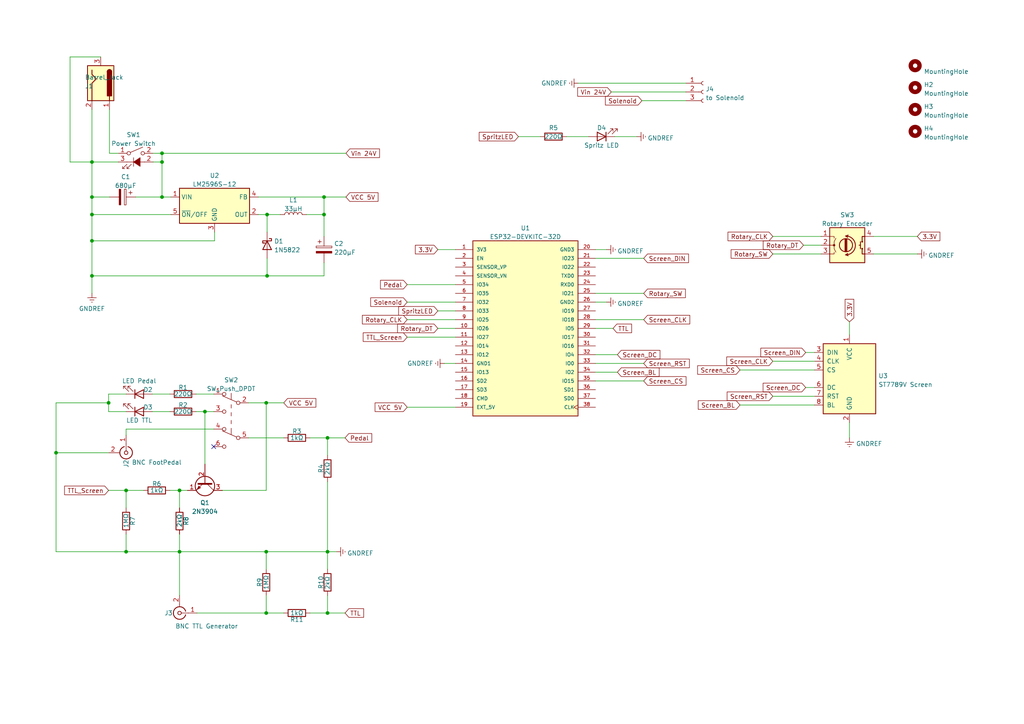
<source format=kicad_sch>
(kicad_sch (version 20211123) (generator eeschema)
  (paper "A4")
  (lib_symbols
    (symbol "Connector:Barrel_Jack" (pin_names (offset 1.016))
      (property "Reference" "J1" (at 0.8347 -4.572 90))
      (property "Value" "Barrel_Jack" (at -1.7022 -4.572 90))
      (symbol "Barrel_Jack_0_1"
        (rectangle (start -5.08 3.81) (end 5.08 -3.81) (stroke (width 0.254)) (fill (type background)))
        (arc (start -3.302 3.175) (mid -3.937 2.54) (end -3.302 1.905) (stroke (width 0.254)))
        (arc (start -3.302 3.175) (mid -3.937 2.54) (end -3.302 1.905) (stroke (width 0.254)) (fill (type outline)))
        (polyline (pts (xy 5.08 2.54) (xy 3.81 2.54)) (stroke (width 0.254)))
        (polyline (pts (xy -3.81 -2.54) (xy -2.54 -2.54) (xy -1.27 -1.27) (xy 0 -2.54) (xy 2.54 -2.54) (xy 5.08 -2.54)) (stroke (width 0.254)))
        (rectangle (start 3.683 3.175) (end -3.302 1.905) (stroke (width 0.254)) (fill (type outline)))
      )
      (symbol "Barrel_Jack_1_1"
        (pin passive line (at 7.62 2.54 180) (length 2.54) (name "~") (number "1"))
        (pin passive line (at 7.62 -2.54 180) (length 2.54) (name "~") (number "2"))
        (pin passive line (at -7.62 0 0) (length 2.54) (name "") (number "3"))
      )
    )
    (symbol "Connector:Conn_01x03_Female" (pin_names (offset 1.016) hide)
      (property "Reference" "J" (at 0 5.08 0))
      (property "Value" "Conn_01x03_Female" (at 0 -5.08 0))
      (symbol "Conn_01x03_Female_1_1"
        (arc (start 0 -2.032) (mid -0.508 -2.54) (end 0 -3.048) (stroke (width 0.1524)))
        (polyline (pts (xy -1.27 -2.54) (xy -0.508 -2.54)) (stroke (width 0.1524)))
        (polyline (pts (xy -1.27 0) (xy -0.508 0)) (stroke (width 0.1524)))
        (polyline (pts (xy -1.27 2.54) (xy -0.508 2.54)) (stroke (width 0.1524)))
        (arc (start 0 0.508) (mid -0.508 0) (end 0 -0.508) (stroke (width 0.1524)))
        (arc (start 0 3.048) (mid -0.508 2.54) (end 0 2.032) (stroke (width 0.1524)))
        (pin passive line (at -5.08 2.54 0) (length 3.81) (name "Pin_1") (number "1"))
        (pin passive line (at -5.08 0 0) (length 3.81) (name "Pin_2") (number "2"))
        (pin passive line (at -5.08 -2.54 0) (length 3.81) (name "Pin_3") (number "3"))
      )
    )
    (symbol "Connector:Conn_Coaxial" (pin_names (offset 1.016) hide)
      (property "Reference" "J" (at 0.254 3.048 0))
      (property "Value" "Conn_Coaxial" (at 2.921 0 90))
      (symbol "Conn_Coaxial_0_1"
        (arc (start -1.778 -0.508) (mid 0.2311 -1.8066) (end 1.778 0) (stroke (width 0.254)))
        (polyline (pts (xy -2.54 0) (xy -0.508 0)))
        (polyline (pts (xy 0 -2.54) (xy 0 -1.778)))
        (circle (center 0 0) (radius 0.508) (stroke (width 0.2032)))
        (arc (start 1.778 0) (mid 0.2099 1.8101) (end -1.778 0.508) (stroke (width 0.254)))
      )
      (symbol "Conn_Coaxial_1_1"
        (pin passive line (at -5.08 0 0) (length 2.54) (name "In") (number "1"))
        (pin passive line (at 0 -5.08 90) (length 2.54) (name "Ext") (number "2"))
      )
    )
    (symbol "Device:C_Polarized" (pin_numbers hide) (pin_names (offset 0.254))
      (property "Reference" "C" (at 0.635 2.54 0))
      (property "Value" "C_Polarized" (at 0.635 -2.54 0))
      (symbol "C_Polarized_0_1"
        (rectangle (start -2.286 0.508) (end 2.286 1.016))
        (polyline (pts (xy -1.778 2.286) (xy -0.762 2.286)))
        (polyline (pts (xy -1.27 2.794) (xy -1.27 1.778)))
        (rectangle (start 2.286 -0.508) (end -2.286 -1.016) (fill (type outline)))
      )
      (symbol "C_Polarized_1_1"
        (pin passive line (at 0 3.81 270) (length 2.794) (name "~") (number "1"))
        (pin passive line (at 0 -3.81 90) (length 2.794) (name "~") (number "2"))
      )
    )
    (symbol "Device:L" (pin_numbers hide) (pin_names (offset 1.016) hide)
      (property "Reference" "L" (at -1.27 0 90))
      (property "Value" "L" (at 1.905 0 90))
      (symbol "L_0_1"
        (arc (start 0 -2.54) (mid 0.635 -1.905) (end 0 -1.27))
        (arc (start 0 -1.27) (mid 0.635 -0.635) (end 0 0))
        (arc (start 0 0) (mid 0.635 0.635) (end 0 1.27))
        (arc (start 0 1.27) (mid 0.635 1.905) (end 0 2.54))
      )
      (symbol "L_1_1"
        (pin passive line (at 0 3.81 270) (length 1.27) (name "1") (number "1"))
        (pin passive line (at 0 -3.81 90) (length 1.27) (name "2") (number "2"))
      )
    )
    (symbol "Device:LED" (pin_numbers hide) (pin_names (offset 1.016) hide)
      (property "Reference" "D" (at 0 2.54 0))
      (property "Value" "LED" (at 0 -2.54 0))
      (symbol "LED_0_1"
        (polyline (pts (xy -1.27 -1.27) (xy -1.27 1.27)) (stroke (width 0.254)))
        (polyline (pts (xy -1.27 0) (xy 1.27 0)))
        (polyline (pts (xy 1.27 -1.27) (xy 1.27 1.27) (xy -1.27 0) (xy 1.27 -1.27)) (stroke (width 0.254)))
        (polyline (pts (xy -3.048 -0.762) (xy -4.572 -2.286) (xy -3.81 -2.286) (xy -4.572 -2.286) (xy -4.572 -1.524)))
        (polyline (pts (xy -1.778 -0.762) (xy -3.302 -2.286) (xy -2.54 -2.286) (xy -3.302 -2.286) (xy -3.302 -1.524)))
      )
      (symbol "LED_1_1"
        (pin passive line (at -3.81 0 0) (length 2.54) (name "K") (number "1"))
        (pin passive line (at 3.81 0 180) (length 2.54) (name "A") (number "2"))
      )
    )
    (symbol "Device:R" (pin_numbers hide) (pin_names (offset 0))
      (property "Reference" "R" (at 2.032 0 90))
      (property "Value" "R" (at 0 0 90))
      (symbol "R_0_1"
        (rectangle (start -1.016 -2.54) (end 1.016 2.54) (stroke (width 0.254)))
      )
      (symbol "R_1_1"
        (pin passive line (at 0 3.81 270) (length 1.27) (name "~") (number "1"))
        (pin passive line (at 0 -3.81 90) (length 1.27) (name "~") (number "2"))
      )
    )
    (symbol "Device:RotaryEncoder_Switch" (pin_names (offset 0.254) hide)
      (property "Reference" "SW3" (at 0 8.7798 0))
      (property "Value" "RotaryEncoder_Switch" (at 0 6.2429 0))
      (symbol "RotaryEncoder_Switch_0_1"
        (rectangle (start -5.08 5.08) (end 5.08 -5.08) (stroke (width 0.254)) (fill (type background)))
        (circle (center -3.81 0) (radius 0.254) (fill (type outline)))
        (arc (start -0.381 -2.794) (mid 2.3622 -0.0508) (end -0.381 2.667) (stroke (width 0.254)))
        (circle (center -0.381 0) (radius 1.905) (stroke (width 0.254)))
        (polyline (pts (xy -0.635 -1.778) (xy -0.635 1.778)) (stroke (width 0.254)))
        (polyline (pts (xy -0.381 -1.778) (xy -0.381 1.778)) (stroke (width 0.254)))
        (polyline (pts (xy -0.127 1.778) (xy -0.127 -1.778)) (stroke (width 0.254)))
        (polyline (pts (xy 3.81 0) (xy 3.429 0)) (stroke (width 0.254)))
        (polyline (pts (xy 3.81 1.016) (xy 3.81 -1.016)) (stroke (width 0.254)))
        (polyline (pts (xy -5.08 -2.54) (xy -3.81 -2.54) (xy -3.81 -2.032)))
        (polyline (pts (xy -5.08 2.54) (xy -3.81 2.54) (xy -3.81 2.032)))
        (polyline (pts (xy 0.254 -3.048) (xy -0.508 -2.794) (xy 0.127 -2.413)) (stroke (width 0.254)))
        (polyline (pts (xy 0.254 2.921) (xy -0.508 2.667) (xy 0.127 2.286)) (stroke (width 0.254)))
        (polyline (pts (xy 5.08 -2.54) (xy 4.318 -2.54) (xy 4.318 -1.016)) (stroke (width 0.254)))
        (polyline (pts (xy 5.08 2.54) (xy 4.318 2.54) (xy 4.318 1.016)) (stroke (width 0.254)))
        (polyline (pts (xy -5.08 0) (xy -3.81 0) (xy -3.81 -1.016) (xy -3.302 -2.032)))
        (polyline (pts (xy -4.318 0) (xy -3.81 0) (xy -3.81 1.016) (xy -3.302 2.032)))
        (circle (center 4.318 -1.016) (radius 0.127) (stroke (width 0.254)))
        (circle (center 4.318 1.016) (radius 0.127) (stroke (width 0.254)))
      )
      (symbol "RotaryEncoder_Switch_1_1"
        (pin passive line (at -7.62 2.54 0) (length 2.54) (name "A") (number "1"))
        (pin passive line (at -7.62 0 0) (length 2.54) (name "C") (number "2"))
        (pin passive line (at -7.62 -2.54 0) (length 2.54) (name "B") (number "3"))
        (pin passive line (at 7.62 2.54 180) (length 2.54) (name "S1") (number "4"))
        (pin passive line (at 7.62 -2.54 180) (length 2.54) (name "S2") (number "5"))
      )
    )
    (symbol "Diode:1N5821" (pin_numbers hide) (pin_names (offset 1.016) hide)
      (property "Reference" "D" (at 0 2.54 0))
      (property "Value" "1N5821" (at 0 -2.54 0))
      (symbol "1N5821_0_1"
        (polyline (pts (xy 1.27 0) (xy -1.27 0)))
        (polyline (pts (xy 1.27 1.27) (xy 1.27 -1.27) (xy -1.27 0) (xy 1.27 1.27)) (stroke (width 0.254)))
        (polyline (pts (xy -1.905 0.635) (xy -1.905 1.27) (xy -1.27 1.27) (xy -1.27 -1.27) (xy -0.635 -1.27) (xy -0.635 -0.635)) (stroke (width 0.254)))
      )
      (symbol "1N5821_1_1"
        (pin passive line (at -3.81 0 0) (length 2.54) (name "K") (number "1"))
        (pin passive line (at 3.81 0 180) (length 2.54) (name "A") (number "2"))
      )
    )
    (symbol "Display_Graphic:ST7789V Controller" (pin_names (offset 1.016))
      (property "Reference" "U?" (at 2.0194 13.8598 0))
      (property "Value" "ST7789V Controller" (at 2.0194 11.3229 0))
      (symbol "ST7789V Controller_0_1"
        (rectangle (start -7.62 10.16) (end 7.62 -10.16) (stroke (width 0.254)) (fill (type background)))
      )
      (symbol "ST7789V Controller_1_1"
        (pin power_in line (at 0 12.7 270) (length 2.54) (name "VCC") (number "1"))
        (pin power_in line (at 0 -12.7 90) (length 2.54) (name "GND") (number "2"))
        (pin input line (at -10.16 7.62 0) (length 2.54) (name "DIN") (number "3"))
        (pin input line (at -10.16 5.08 0) (length 2.54) (name "CLK") (number "4"))
        (pin input line (at -10.16 2.54 0) (length 2.54) (name "CS") (number "5"))
        (pin input line (at -10.16 -2.54 0) (length 2.54) (name "DC") (number "6"))
        (pin input line (at -10.16 -5.08 0) (length 2.54) (name "RST") (number "7"))
        (pin input line (at -10.16 -7.62 0) (length 2.54) (name "BL") (number "8"))
      )
    )
    (symbol "ESP32-DEVKITC-32D:ESP32-DEVKITC-32D" (pin_names (offset 1.016))
      (property "Reference" "U" (at -15.2654 26.0604 0))
      (property "Value" "ESP32-DEVKITC-32D" (at -15.2654 -27.9654 0))
      (symbol "ESP32-DEVKITC-32D_0_0"
        (rectangle (start -15.24 -25.4) (end 15.24 25.4) (stroke (width 0.254)) (fill (type background)))
        (pin power_in line (at -20.32 22.86 0) (length 5.08) (name "3V3") (number "1"))
        (pin bidirectional line (at -20.32 0 0) (length 5.08) (name "IO26") (number "10"))
        (pin bidirectional line (at -20.32 -2.54 0) (length 5.08) (name "IO27") (number "11"))
        (pin bidirectional line (at -20.32 -5.08 0) (length 5.08) (name "IO14") (number "12"))
        (pin bidirectional line (at -20.32 -7.62 0) (length 5.08) (name "IO12") (number "13"))
        (pin power_in line (at -20.32 -10.16 0) (length 5.08) (name "GND1") (number "14"))
        (pin bidirectional line (at -20.32 -12.7 0) (length 5.08) (name "IO13") (number "15"))
        (pin bidirectional line (at -20.32 -15.24 0) (length 5.08) (name "SD2") (number "16"))
        (pin bidirectional line (at -20.32 -17.78 0) (length 5.08) (name "SD3") (number "17"))
        (pin bidirectional line (at -20.32 -20.32 0) (length 5.08) (name "CMD") (number "18"))
        (pin power_in line (at -20.32 -22.86 0) (length 5.08) (name "EXT_5V") (number "19"))
        (pin input line (at -20.32 20.32 0) (length 5.08) (name "EN") (number "2"))
        (pin power_in line (at 20.32 22.86 180) (length 5.08) (name "GND3") (number "20"))
        (pin bidirectional line (at 20.32 20.32 180) (length 5.08) (name "IO23") (number "21"))
        (pin bidirectional line (at 20.32 17.78 180) (length 5.08) (name "IO22") (number "22"))
        (pin output line (at 20.32 15.24 180) (length 5.08) (name "TXD0") (number "23"))
        (pin input line (at 20.32 12.7 180) (length 5.08) (name "RXD0") (number "24"))
        (pin bidirectional line (at 20.32 10.16 180) (length 5.08) (name "IO21") (number "25"))
        (pin power_in line (at 20.32 7.62 180) (length 5.08) (name "GND2") (number "26"))
        (pin bidirectional line (at 20.32 5.08 180) (length 5.08) (name "IO19") (number "27"))
        (pin bidirectional line (at 20.32 2.54 180) (length 5.08) (name "IO18") (number "28"))
        (pin bidirectional line (at 20.32 0 180) (length 5.08) (name "IO5") (number "29"))
        (pin input line (at -20.32 17.78 0) (length 5.08) (name "SENSOR_VP") (number "3"))
        (pin bidirectional line (at 20.32 -2.54 180) (length 5.08) (name "IO17") (number "30"))
        (pin bidirectional line (at 20.32 -5.08 180) (length 5.08) (name "IO16") (number "31"))
        (pin bidirectional line (at 20.32 -7.62 180) (length 5.08) (name "IO4") (number "32"))
        (pin bidirectional line (at 20.32 -10.16 180) (length 5.08) (name "IO0") (number "33"))
        (pin bidirectional line (at 20.32 -12.7 180) (length 5.08) (name "IO2") (number "34"))
        (pin bidirectional line (at 20.32 -15.24 180) (length 5.08) (name "IO15") (number "35"))
        (pin bidirectional line (at 20.32 -17.78 180) (length 5.08) (name "SD1") (number "36"))
        (pin bidirectional line (at 20.32 -20.32 180) (length 5.08) (name "SD0") (number "37"))
        (pin input clock (at 20.32 -22.86 180) (length 5.08) (name "CLK") (number "38"))
        (pin input line (at -20.32 15.24 0) (length 5.08) (name "SENSOR_VN") (number "4"))
        (pin bidirectional line (at -20.32 12.7 0) (length 5.08) (name "IO34") (number "5"))
        (pin bidirectional line (at -20.32 10.16 0) (length 5.08) (name "IO35") (number "6"))
        (pin bidirectional line (at -20.32 7.62 0) (length 5.08) (name "IO32") (number "7"))
        (pin bidirectional line (at -20.32 5.08 0) (length 5.08) (name "IO33") (number "8"))
        (pin bidirectional line (at -20.32 2.54 0) (length 5.08) (name "IO25") (number "9"))
      )
    )
    (symbol "Mechanical:MountingHole" (pin_names (offset 1.016))
      (property "Reference" "H" (at 0 5.08 0))
      (property "Value" "MountingHole" (at 0 3.175 0))
      (symbol "MountingHole_0_1"
        (circle (center 0 0) (radius 1.27) (stroke (width 1.27)))
      )
    )
    (symbol "Regulator_Switching:LM2596S-12"
      (property "Reference" "U" (at -10.16 6.35 0))
      (property "Value" "LM2596S-12" (at 0 6.35 0))
      (symbol "LM2596S-12_0_1"
        (rectangle (start -10.16 5.08) (end 10.16 -5.08) (stroke (width 0.254)) (fill (type background)))
      )
      (symbol "LM2596S-12_1_1"
        (pin power_in line (at -12.7 2.54 0) (length 2.54) (name "VIN") (number "1"))
        (pin output line (at 12.7 -2.54 180) (length 2.54) (name "OUT") (number "2"))
        (pin power_in line (at 0 -7.62 90) (length 2.54) (name "GND") (number "3"))
        (pin input line (at 12.7 2.54 180) (length 2.54) (name "FB") (number "4"))
        (pin input line (at -12.7 -2.54 0) (length 2.54) (name "~{ON}/OFF") (number "5"))
      )
    )
    (symbol "Switch:SW_Push_DPDT" (pin_names (offset 0) hide)
      (property "Reference" "SW" (at 0 8.89 0))
      (property "Value" "SW_Push_DPDT" (at 0 -10.16 0))
      (symbol "SW_Push_DPDT_0_0"
        (circle (center -2.032 -5.08) (radius 0.508))
        (circle (center -2.032 5.08) (radius 0.508))
        (circle (center 2.032 -7.62) (radius 0.508))
        (circle (center 2.032 2.54) (radius 0.508))
      )
      (symbol "SW_Push_DPDT_0_1"
        (polyline (pts (xy -1.524 -4.826) (xy 2.54 -3.048)))
        (polyline (pts (xy -1.524 5.334) (xy 2.54 7.112)))
        (polyline (pts (xy 0 -2.286) (xy 0 -4.064)))
        (polyline (pts (xy 0 -1.016) (xy 0 0)))
        (polyline (pts (xy 0 1.27) (xy 0 2.286)))
        (polyline (pts (xy 0 3.556) (xy 0 4.572)))
        (polyline (pts (xy 0 7.874) (xy 0 6.096)))
        (circle (center 2.032 -2.54) (radius 0.508))
        (circle (center 2.032 7.62) (radius 0.508))
      )
      (symbol "SW_Push_DPDT_1_1"
        (pin passive line (at 5.08 7.62 180) (length 2.54) (name "A") (number "1"))
        (pin passive line (at -5.08 5.08 0) (length 2.54) (name "B") (number "2"))
        (pin passive line (at 5.08 2.54 180) (length 2.54) (name "C") (number "3"))
        (pin passive line (at 5.08 -2.54 180) (length 2.54) (name "A") (number "4"))
        (pin passive line (at -5.08 -5.08 0) (length 2.54) (name "B") (number "5"))
        (pin passive line (at 5.08 -7.62 180) (length 2.54) (name "C") (number "6"))
      )
    )
    (symbol "Switch:SW_SPST_LED" (pin_names (offset 1.016) hide)
      (property "Reference" "SW1" (at -0.635 7.8908 0))
      (property "Value" "SW_SPST_LED" (at -0.635 5.3539 0))
      (symbol "SW_SPST_LED_0_0"
        (polyline (pts (xy -3.81 -1.905) (xy -2.54 -0.635)))
        (polyline (pts (xy -2.54 -1.905) (xy -1.27 -0.635)))
        (polyline (pts (xy -2.54 0) (xy 2.54 0)))
        (polyline (pts (xy -0.635 1.27) (xy -0.635 -1.27)))
        (polyline (pts (xy -3.81 -1.27) (xy -3.81 -1.905) (xy -3.175 -1.905)))
        (polyline (pts (xy -2.54 -1.27) (xy -2.54 -1.905) (xy -1.905 -1.905)))
        (polyline (pts (xy -0.635 0) (xy 1.27 1.27) (xy 1.27 -1.27) (xy -0.635 0)) (fill (type outline)))
      )
      (symbol "SW_SPST_LED_0_1"
        (circle (center -2.032 2.54) (radius 0.508))
        (polyline (pts (xy -1.524 2.794) (xy 2.032 4.318)))
        (circle (center 2.032 2.54) (radius 0.508))
        (pin passive line (at -5.08 2.54 0) (length 2.54) (name "1") (number "1"))
        (pin passive line (at 5.08 2.54 180) (length 2.54) (name "2") (number "2"))
        (pin passive line (at 5.08 0 180) (length 2.54) (name "A") (number "2"))
        (pin passive line (at -5.08 0 0) (length 2.54) (name "K") (number "3"))
      )
    )
    (symbol "Transistor_BJT:2N3904" (pin_names (offset 0) hide)
      (property "Reference" "Q" (at 5.08 1.905 0))
      (property "Value" "2N3904" (at 5.08 0 0))
      (symbol "2N3904_0_1"
        (polyline (pts (xy 0.635 0.635) (xy 2.54 2.54)))
        (polyline (pts (xy 0.635 -0.635) (xy 2.54 -2.54) (xy 2.54 -2.54)))
        (polyline (pts (xy 0.635 1.905) (xy 0.635 -1.905) (xy 0.635 -1.905)) (stroke (width 0.508)))
        (polyline (pts (xy 1.27 -1.778) (xy 1.778 -1.27) (xy 2.286 -2.286) (xy 1.27 -1.778) (xy 1.27 -1.778)) (fill (type outline)))
        (circle (center 1.27 0) (radius 2.8194) (stroke (width 0.254)))
      )
      (symbol "2N3904_1_1"
        (pin passive line (at 2.54 -5.08 90) (length 2.54) (name "E") (number "1"))
        (pin passive line (at -5.08 0 0) (length 5.715) (name "B") (number "2"))
        (pin passive line (at 2.54 5.08 270) (length 2.54) (name "C") (number "3"))
      )
    )
    (symbol "power:GNDREF" (power) (pin_names (offset 0))
      (property "Value" "GNDREF" (at 0 -3.81 0))
      (symbol "GNDREF_0_1"
        (polyline (pts (xy -0.635 -1.905) (xy 0.635 -1.905)))
        (polyline (pts (xy -0.127 -2.54) (xy 0.127 -2.54)))
        (polyline (pts (xy 0 -1.27) (xy 0 0)))
        (polyline (pts (xy 1.27 -1.27) (xy -1.27 -1.27)))
      )
      (symbol "GNDREF_1_1"
        (pin power_in line (at 0 0 270) (length 0) hide (name "GNDREF") (number "1"))
      )
    )
  )
  (junction (at 26.67 80.01))
  (junction (at 94.996 160.02))
  (junction (at 46.99 44.45))
  (junction (at 93.98 57.15))
  (junction (at 77.47 62.23))
  (junction (at 94.996 177.8))
  (junction (at 26.67 46.99))
  (junction (at 77.47 80.01))
  (junction (at 52.07 142.24))
  (junction (at 36.576 142.24))
  (junction (at 26.67 62.23))
  (junction (at 26.67 57.15))
  (junction (at 77.216 160.02))
  (junction (at 52.07 160.02))
  (junction (at 46.99 46.99))
  (junction (at 26.67 69.85))
  (junction (at 77.216 116.84))
  (junction (at 36.576 160.02))
  (junction (at 31.496 116.84))
  (junction (at 77.216 177.8))
  (junction (at 94.996 127))
  (junction (at 59.436 119.38))
  (junction (at 46.99 57.15))
  (junction (at 93.98 62.23))
  (junction (at 16.256 131.318))
  (no_connect (at 61.976 129.54))
  (wire (pts (xy 93.98 62.23) (xy 93.98 68.58)))
  (wire (pts (xy 36.576 124.46) (xy 61.976 124.46)))
  (wire (pts (xy 118.11 82.55) (xy 132.08 82.55)))
  (wire (pts (xy 89.916 177.8) (xy 94.996 177.8)))
  (wire (pts (xy 41.656 142.24) (xy 36.576 142.24)))
  (wire (pts (xy 94.996 177.8) (xy 100.076 177.8)))
  (wire (pts (xy 172.72 105.41) (xy 186.69 105.41)))
  (wire (pts (xy 253.365 73.66) (xy 266.065 73.66)))
  (wire (pts (xy 233.68 112.395) (xy 236.22 112.395)))
  (wire (pts (xy 20.32 46.99) (xy 26.67 46.99)))
  (wire (pts (xy 64.516 142.24) (xy 77.216 142.24)))
  (wire (pts (xy 172.72 72.39) (xy 175.895 72.39)))
  (wire (pts (xy 31.75 44.45) (xy 34.29 44.45)))
  (wire (pts (xy 233.68 102.235) (xy 236.22 102.235)))
  (wire (pts (xy 77.216 116.84) (xy 82.296 116.84)))
  (wire (pts (xy 52.07 160.02) (xy 77.216 160.02)))
  (wire (pts (xy 44.45 46.99) (xy 46.99 46.99)))
  (wire (pts (xy 94.996 127) (xy 100.076 127)))
  (wire (pts (xy 93.98 57.15) (xy 93.98 62.23)))
  (wire (pts (xy 36.576 154.94) (xy 36.576 160.02)))
  (wire (pts (xy 77.216 177.8) (xy 77.216 172.72)))
  (wire (pts (xy 253.365 68.58) (xy 266.065 68.58)))
  (wire (pts (xy 46.99 44.45) (xy 46.99 46.99)))
  (wire (pts (xy 62.23 67.31) (xy 62.23 69.85)))
  (wire (pts (xy 31.75 31.75) (xy 31.75 44.45)))
  (wire (pts (xy 94.996 177.8) (xy 94.996 172.72)))
  (wire (pts (xy 52.07 154.94) (xy 52.07 160.02)))
  (wire (pts (xy 31.496 114.3) (xy 31.496 116.84)))
  (wire (pts (xy 39.37 57.15) (xy 46.99 57.15)))
  (wire (pts (xy 77.216 177.8) (xy 82.296 177.8)))
  (wire (pts (xy 36.576 160.02) (xy 52.07 160.02)))
  (wire (pts (xy 36.576 114.3) (xy 31.496 114.3)))
  (wire (pts (xy 127 72.39) (xy 132.08 72.39)))
  (wire (pts (xy 52.07 160.02) (xy 52.07 172.72)))
  (wire (pts (xy 224.155 104.775) (xy 236.22 104.775)))
  (wire (pts (xy 93.98 62.23) (xy 88.9 62.23)))
  (wire (pts (xy 52.07 142.24) (xy 54.356 142.24)))
  (wire (pts (xy 118.11 118.11) (xy 132.08 118.11)))
  (wire (pts (xy 172.72 95.25) (xy 177.8 95.25)))
  (wire (pts (xy 56.896 119.38) (xy 59.436 119.38)))
  (wire (pts (xy 36.576 124.46) (xy 36.576 126.238)))
  (wire (pts (xy 26.67 57.15) (xy 26.67 62.23)))
  (wire (pts (xy 46.99 44.45) (xy 100.33 44.45)))
  (wire (pts (xy 224.155 73.66) (xy 238.125 73.66)))
  (wire (pts (xy 93.98 57.15) (xy 100.33 57.15)))
  (wire (pts (xy 26.67 46.99) (xy 26.67 57.15)))
  (wire (pts (xy 36.576 142.24) (xy 36.576 147.32)))
  (wire (pts (xy 172.72 87.63) (xy 175.895 87.63)))
  (wire (pts (xy 94.996 139.7) (xy 94.996 160.02)))
  (wire (pts (xy 44.196 114.3) (xy 49.276 114.3)))
  (wire (pts (xy 77.47 74.93) (xy 77.47 80.01)))
  (wire (pts (xy 224.155 114.935) (xy 236.22 114.935)))
  (wire (pts (xy 49.276 142.24) (xy 52.07 142.24)))
  (wire (pts (xy 89.916 127) (xy 94.996 127)))
  (wire (pts (xy 172.72 107.95) (xy 179.07 107.95)))
  (wire (pts (xy 29.21 16.51) (xy 20.32 16.51)))
  (wire (pts (xy 57.15 177.8) (xy 77.216 177.8)))
  (wire (pts (xy 118.11 97.79) (xy 132.08 97.79)))
  (wire (pts (xy 26.67 80.01) (xy 26.67 85.09)))
  (wire (pts (xy 31.496 119.38) (xy 36.576 119.38)))
  (wire (pts (xy 59.436 119.38) (xy 59.436 134.62)))
  (wire (pts (xy 74.93 57.15) (xy 93.98 57.15)))
  (wire (pts (xy 26.67 46.99) (xy 34.29 46.99)))
  (wire (pts (xy 16.256 160.02) (xy 36.576 160.02)))
  (wire (pts (xy 77.47 62.23) (xy 77.47 67.31)))
  (wire (pts (xy 44.196 119.38) (xy 49.276 119.38)))
  (wire (pts (xy 128.905 105.41) (xy 132.08 105.41)))
  (wire (pts (xy 44.45 44.45) (xy 46.99 44.45)))
  (wire (pts (xy 52.07 142.24) (xy 52.07 147.32)))
  (wire (pts (xy 26.67 31.75) (xy 26.67 46.99)))
  (wire (pts (xy 72.136 116.84) (xy 77.216 116.84)))
  (wire (pts (xy 31.496 116.84) (xy 31.496 119.38)))
  (wire (pts (xy 16.256 131.318) (xy 16.256 160.02)))
  (wire (pts (xy 186.182 29.21) (xy 198.882 29.21)))
  (wire (pts (xy 214.63 117.475) (xy 236.22 117.475)))
  (wire (pts (xy 172.72 102.87) (xy 179.07 102.87)))
  (wire (pts (xy 16.256 116.84) (xy 16.256 131.318)))
  (wire (pts (xy 26.67 80.01) (xy 77.47 80.01)))
  (wire (pts (xy 74.93 62.23) (xy 77.47 62.23)))
  (wire (pts (xy 177.292 26.67) (xy 198.882 26.67)))
  (wire (pts (xy 26.67 80.01) (xy 26.67 69.85)))
  (wire (pts (xy 93.98 80.01) (xy 77.47 80.01)))
  (wire (pts (xy 94.996 127) (xy 94.996 132.08)))
  (wire (pts (xy 20.32 16.51) (xy 20.32 46.99)))
  (wire (pts (xy 77.216 142.24) (xy 77.216 116.84)))
  (wire (pts (xy 31.496 142.24) (xy 36.576 142.24)))
  (wire (pts (xy 77.47 62.23) (xy 81.28 62.23)))
  (wire (pts (xy 224.155 68.58) (xy 238.125 68.58)))
  (wire (pts (xy 172.72 92.71) (xy 186.69 92.71)))
  (wire (pts (xy 118.11 87.63) (xy 132.08 87.63)))
  (wire (pts (xy 127 90.17) (xy 132.08 90.17)))
  (wire (pts (xy 46.99 57.15) (xy 49.53 57.15)))
  (wire (pts (xy 77.216 160.02) (xy 94.996 160.02)))
  (wire (pts (xy 77.216 160.02) (xy 77.216 165.1)))
  (wire (pts (xy 26.67 62.23) (xy 49.53 62.23)))
  (wire (pts (xy 164.338 39.624) (xy 170.688 39.624)))
  (wire (pts (xy 59.436 119.38) (xy 61.976 119.38)))
  (wire (pts (xy 127 95.25) (xy 132.08 95.25)))
  (wire (pts (xy 233.045 71.12) (xy 238.125 71.12)))
  (wire (pts (xy 246.38 122.555) (xy 246.38 127)))
  (wire (pts (xy 167.767 24.13) (xy 198.882 24.13)))
  (wire (pts (xy 26.67 62.23) (xy 26.67 69.85)))
  (wire (pts (xy 178.308 39.624) (xy 184.658 39.624)))
  (wire (pts (xy 56.896 114.3) (xy 61.976 114.3)))
  (wire (pts (xy 26.67 69.85) (xy 62.23 69.85)))
  (wire (pts (xy 172.72 85.09) (xy 186.69 85.09)))
  (wire (pts (xy 214.63 107.315) (xy 236.22 107.315)))
  (wire (pts (xy 94.996 160.02) (xy 97.536 160.02)))
  (wire (pts (xy 72.136 127) (xy 82.296 127)))
  (wire (pts (xy 16.256 131.318) (xy 31.496 131.318)))
  (wire (pts (xy 172.72 110.49) (xy 186.69 110.49)))
  (wire (pts (xy 26.67 57.15) (xy 31.75 57.15)))
  (wire (pts (xy 118.11 92.71) (xy 132.08 92.71)))
  (wire (pts (xy 16.256 116.84) (xy 31.496 116.84)))
  (wire (pts (xy 94.996 160.02) (xy 94.996 165.1)))
  (wire (pts (xy 172.72 74.93) (xy 186.69 74.93)))
  (wire (pts (xy 93.98 76.2) (xy 93.98 80.01)))
  (wire (pts (xy 150.368 39.624) (xy 156.718 39.624)))
  (wire (pts (xy 46.99 46.99) (xy 46.99 57.15)))
  (wire (pts (xy 246.38 93.345) (xy 246.38 97.155)))
  (global_label "Pedal" (shape input) (at 100.076 127 0) (property "Intersheet References" "${INTERSHEET_REFS}" (effects hide)))
  (global_label "Vin 24V" (shape input) (at 177.292 26.67 180) (property "Intersheet References" "${INTERSHEET_REFS}" (effects hide)))
  (global_label "Rotary_SW" (shape input) (at 224.155 73.66 180) (property "Intersheet References" "${INTERSHEET_REFS}" (effects hide)))
  (global_label "Screen_BL" (shape input) (at 179.07 107.95 0) (property "Intersheet References" "${INTERSHEET_REFS}" (effects hide)))
  (global_label "Rotary_CLK" (shape input) (at 118.11 92.71 180) (property "Intersheet References" "${INTERSHEET_REFS}" (effects hide)))
  (global_label "TTL_Screen" (shape input) (at 31.496 142.24 180) (property "Intersheet References" "${INTERSHEET_REFS}" (effects hide)))
  (global_label "Vin 24V" (shape input) (at 100.33 44.45 0) (property "Intersheet References" "${INTERSHEET_REFS}" (effects hide)))
  (global_label "TTL" (shape input) (at 177.8 95.25 0) (property "Intersheet References" "${INTERSHEET_REFS}" (effects hide)))
  (global_label "Screen_RST" (shape input) (at 186.69 105.41 0) (property "Intersheet References" "${INTERSHEET_REFS}" (effects hide)))
  (global_label "VCC 5V" (shape input) (at 82.296 116.84 0) (property "Intersheet References" "${INTERSHEET_REFS}" (effects hide)))
  (global_label "VCC 5V" (shape input) (at 100.33 57.15 0) (property "Intersheet References" "${INTERSHEET_REFS}" (effects hide)))
  (global_label "Screen_BL" (shape input) (at 214.63 117.475 180) (property "Intersheet References" "${INTERSHEET_REFS}" (effects hide)))
  (global_label "Solenoid" (shape input) (at 118.11 87.63 180) (property "Intersheet References" "${INTERSHEET_REFS}" (effects hide)))
  (global_label "Rotary_DT" (shape input) (at 233.045 71.12 180) (property "Intersheet References" "${INTERSHEET_REFS}" (effects hide)))
  (global_label "Screen_DIN" (shape input) (at 186.69 74.93 0) (property "Intersheet References" "${INTERSHEET_REFS}" (effects hide)))
  (global_label "Rotary_DT" (shape input) (at 127 95.25 180) (property "Intersheet References" "${INTERSHEET_REFS}" (effects hide)))
  (global_label "3.3V" (shape input) (at 127 72.39 180) (property "Intersheet References" "${INTERSHEET_REFS}" (effects hide)))
  (global_label "Screen_DC" (shape input) (at 179.07 102.87 0) (property "Intersheet References" "${INTERSHEET_REFS}" (effects hide)))
  (global_label "Screen_DIN" (shape input) (at 233.68 102.235 180) (property "Intersheet References" "${INTERSHEET_REFS}" (effects hide)))
  (global_label "3.3V" (shape input) (at 246.38 93.345 90) (property "Intersheet References" "${INTERSHEET_REFS}" (effects hide)))
  (global_label "VCC 5V" (shape input) (at 118.11 118.11 180) (property "Intersheet References" "${INTERSHEET_REFS}" (effects hide)))
  (global_label "3.3V" (shape input) (at 266.065 68.58 0) (property "Intersheet References" "${INTERSHEET_REFS}" (effects hide)))
  (global_label "Screen_DC" (shape input) (at 233.68 112.395 180) (property "Intersheet References" "${INTERSHEET_REFS}" (effects hide)))
  (global_label "SpritzLED" (shape input) (at 127 90.17 180) (property "Intersheet References" "${INTERSHEET_REFS}" (effects hide)))
  (global_label "Screen_CLK" (shape input) (at 186.69 92.71 0) (property "Intersheet References" "${INTERSHEET_REFS}" (effects hide)))
  (global_label "Screen_CLK" (shape input) (at 224.155 104.775 180) (property "Intersheet References" "${INTERSHEET_REFS}" (effects hide)))
  (global_label "SpritzLED" (shape input) (at 150.368 39.624 180) (property "Intersheet References" "${INTERSHEET_REFS}" (effects hide)))
  (global_label "TTL" (shape input) (at 100.076 177.8 0) (property "Intersheet References" "${INTERSHEET_REFS}" (effects hide)))
  (global_label "Pedal" (shape input) (at 118.11 82.55 180) (property "Intersheet References" "${INTERSHEET_REFS}" (effects hide)))
  (global_label "Screen_CS" (shape input) (at 214.63 107.315 180) (property "Intersheet References" "${INTERSHEET_REFS}" (effects hide)))
  (global_label "Rotary_CLK" (shape input) (at 224.155 68.58 180) (property "Intersheet References" "${INTERSHEET_REFS}" (effects hide)))
  (global_label "Screen_CS" (shape input) (at 186.69 110.49 0) (property "Intersheet References" "${INTERSHEET_REFS}" (effects hide)))
  (global_label "TTL_Screen" (shape input) (at 118.11 97.79 180) (property "Intersheet References" "${INTERSHEET_REFS}" (effects hide)))
  (global_label "Solenoid" (shape input) (at 186.182 29.21 180) (property "Intersheet References" "${INTERSHEET_REFS}" (effects hide)))
  (global_label "Screen_RST" (shape input) (at 224.155 114.935 180) (property "Intersheet References" "${INTERSHEET_REFS}" (effects hide)))
  (global_label "Rotary_SW" (shape input) (at 186.69 85.09 0) (property "Intersheet References" "${INTERSHEET_REFS}" (effects hide)))
  (symbol (lib_id "Device:L") (at 85.09 62.23 90) (unit 1)
    (property "Reference" "L1" (at 85.09 58.0222 90))
    (property "Value" "33μH" (at 85.09 60.5591 90))
    (property "Footprint" "Inductor_THT:L_Radial_D6.0mm_P4.00mm" (effects hide))
  )
  (symbol (lib_id "Mechanical:MountingHole") (at 265.43 19.05 0) (unit 1)
    (property "Reference" "H1" (effects hide))
    (property "Value" "MountingHole" (at 267.97 20.7522 0) (effects (justify left)))
    (property "Footprint" "MountingHole:MountingHole_3mm" (effects hide))
  )
  (symbol (lib_id "power:GNDREF") (at 175.895 72.39 90) (unit 1)
    (property "Reference" "#PWR0104" (effects hide))
    (property "Value" "GNDREF" (at 179.07 72.8238 90) (effects (justify right)))
  )
  (symbol (lib_id "Device:R") (at 45.466 142.24 270) (mirror x) (unit 1)
    (property "Reference" "R6" (at 45.466 140.335 90))
    (property "Value" "1kΩ" (at 45.466 142.24 90))
    (property "Footprint" "Resistor_THT:R_Axial_DIN0309_L9.0mm_D3.2mm_P15.24mm_Horizontal" (effects hide))
  )
  (symbol (lib_id "power:GNDREF") (at 26.67 85.09 0) (unit 1)
    (property "Reference" "#PWR0101" (effects hide))
    (property "Value" "GNDREF" (at 26.67 89.5334 0))
  )
  (symbol (lib_id "Device:R") (at 160.528 39.624 270) (unit 1)
    (property "Reference" "R5" (at 160.528 37.084 90))
    (property "Value" "220Ω" (at 160.528 39.624 90))
    (property "Footprint" "Resistor_THT:R_Axial_DIN0309_L9.0mm_D3.2mm_P15.24mm_Horizontal" (effects hide))
  )
  (symbol (lib_id "Display_Graphic:ST7789V Controller") (at 246.38 109.855 0) (unit 1)
    (property "Reference" "U3" (at 254.762 109.0203 0) (effects (justify left)))
    (property "Value" "ST7789V Screen" (at 254.762 111.5572 0) (effects (justify left)))
    (property "Footprint" "Connector_JST:JST_XH_B8B-XH-A_1x08_P2.50mm_Vertical" (effects hide))
  )
  (symbol (lib_id "Device:LED") (at 40.386 119.38 0) (mirror x) (unit 1)
    (property "Reference" "D3" (at 42.926 118.11 0))
    (property "Value" "LED TTL" (at 40.386 121.92 0))
    (property "Footprint" "LED_THT:LED_D3.0mm" (effects hide))
  )
  (symbol (lib_id "Mechanical:MountingHole") (at 265.43 25.4 0) (unit 1)
    (property "Reference" "H2" (at 267.97 24.5653 0) (effects (justify left)))
    (property "Value" "MountingHole" (at 267.97 27.1022 0) (effects (justify left)))
    (property "Footprint" "MountingHole:MountingHole_3mm" (effects hide))
  )
  (symbol (lib_id "Device:R") (at 94.996 135.89 180) (unit 1)
    (property "Reference" "R4" (at 93.091 135.89 90))
    (property "Value" "2kΩ" (at 94.996 135.89 90))
    (property "Footprint" "Resistor_THT:R_Axial_DIN0309_L9.0mm_D3.2mm_P15.24mm_Horizontal" (effects hide))
  )
  (symbol (lib_id "Device:RotaryEncoder_Switch") (at 245.745 71.12 0) (unit 1)
    (property "Reference" "SW3" (at 245.745 62.3402 0))
    (property "Value" "Rotary Encoder" (at 245.745 64.8771 0))
    (property "Footprint" "Connector_PinHeader_2.54mm:PinHeader_1x05_P2.54mm_Vertical" (effects hide))
  )
  (symbol (lib_id "ESP32-DEVKITC-32D:ESP32-DEVKITC-32D") (at 152.4 95.25 0) (unit 1)
    (property "Reference" "U1" (at 152.4 66.1502 0))
    (property "Value" "ESP32-DEVKITC-32D" (at 152.4 68.6871 0))
    (property "Footprint" "Module:MODULE_ESP32-DEVKITC-32D" (effects hide))
    (property "PARTREV" "4" (effects hide))
    (property "MANUFACTURER" "Espressif Systems" (effects hide))
  )
  (symbol (lib_id "Device:LED") (at 40.386 114.3 0) (mirror x) (unit 1)
    (property "Reference" "D2" (at 42.926 113.03 0))
    (property "Value" "LED Pedal" (at 40.386 110.49 0))
    (property "Footprint" "LED_THT:LED_D3.0mm" (effects hide))
  )
  (symbol (lib_id "Connector:Barrel_Jack") (at 29.21 24.13 270) (unit 1)
    (property "Reference" "J1" (at 24.638 24.9647 90) (effects (justify left)))
    (property "Value" "Barrel_Jack" (at 24.638 22.4278 90) (effects (justify left)))
    (property "Footprint" "Connector_BarrelJack:BarrelJack_Horizontal" (effects hide))
  )
  (symbol (lib_id "power:GNDREF") (at 246.38 127 0) (unit 1)
    (property "Reference" "#PWR0108" (effects hide))
    (property "Value" "GNDREF" (at 248.285 128.7038 0) (effects (justify left)))
  )
  (symbol (lib_id "Switch:SW_SPST_LED") (at 39.37 46.99 0) (unit 1)
    (property "Reference" "SW1" (at 38.735 39.0992 0))
    (property "Value" "Power Switch" (at 38.735 41.6361 0))
    (property "Footprint" "Connector_JST:JST_XH_B3B-XH-A_1x03_P2.50mm_Vertical" (effects hide))
  )
  (symbol (lib_id "Mechanical:MountingHole") (at 265.43 31.75 0) (unit 1)
    (property "Reference" "H3" (at 267.97 30.9153 0) (effects (justify left)))
    (property "Value" "MountingHole" (at 267.97 33.4522 0) (effects (justify left)))
    (property "Footprint" "MountingHole:MountingHole_3mm" (effects hide))
  )
  (symbol (lib_id "Mechanical:MountingHole") (at 265.43 38.1 0) (unit 1)
    (property "Reference" "H4" (at 267.97 37.2653 0) (effects (justify left)))
    (property "Value" "MountingHole" (at 267.97 39.8022 0) (effects (justify left)))
    (property "Footprint" "MountingHole:MountingHole_3mm" (effects hide))
  )
  (symbol (lib_id "power:GNDREF") (at 175.895 87.63 90) (unit 1)
    (property "Reference" "#PWR0103" (effects hide))
    (property "Value" "GNDREF" (at 179.07 88.0638 90) (effects (justify right)))
  )
  (symbol (lib_id "power:GNDREF") (at 97.536 160.02 90) (unit 1)
    (property "Reference" "#PWR0102" (effects hide))
    (property "Value" "GNDREF" (at 100.711 160.4538 90) (effects (justify right)))
  )
  (symbol (lib_id "Device:LED") (at 174.498 39.624 180) (unit 1)
    (property "Reference" "D4" (at 174.498 37.084 0))
    (property "Value" "Spritz LED" (at 174.498 42.164 0))
    (property "Footprint" "Connector_JST:JST_XH_B2B-XH-A_1x02_P2.50mm_Vertical" (effects hide))
  )
  (symbol (lib_id "Device:R") (at 53.086 114.3 90) (unit 1)
    (property "Reference" "R1" (at 53.086 112.395 90))
    (property "Value" "220Ω" (at 53.086 114.3 90))
    (property "Footprint" "Resistor_THT:R_Axial_DIN0309_L9.0mm_D3.2mm_P15.24mm_Horizontal" (effects hide))
  )
  (symbol (lib_id "Device:R") (at 86.106 127 90) (unit 1)
    (property "Reference" "R3" (at 86.106 125.095 90))
    (property "Value" "1kΩ" (at 86.106 127 90))
    (property "Footprint" "Resistor_THT:R_Axial_DIN0309_L9.0mm_D3.2mm_P15.24mm_Horizontal" (effects hide))
  )
  (symbol (lib_id "Diode:1N5821") (at 77.47 71.12 270) (unit 1)
    (property "Reference" "D1" (at 79.502 69.9678 90) (effects (justify left)))
    (property "Value" "1N5822" (at 79.502 72.5047 90) (effects (justify left)))
    (property "Footprint" "Diode_THT:D_DO-201AD_P15.24mm_Horizontal" (effects hide))
    (property "Datasheet" "http://www.vishay.com/docs/88526/1n5820.pdf" (effects hide))
  )
  (symbol (lib_id "Connector:Conn_01x03_Female") (at 203.962 26.67 0) (unit 1)
    (property "Reference" "J4" (at 204.6732 25.8353 0) (effects (justify left)))
    (property "Value" "to Solenoid" (at 204.6732 28.3722 0) (effects (justify left)))
    (property "Footprint" "Connector_JST:JST_XH_B3B-XH-A_1x03_P2.50mm_Vertical" (effects hide))
  )
  (symbol (lib_id "Switch:SW_Push_DPDT") (at 67.056 121.92 0) (mirror y) (unit 1)
    (property "Reference" "SW2" (at 67.056 110.2192 0))
    (property "Value" "SW_Push_DPDT" (at 67.056 112.7561 0))
    (property "Footprint" "Maxime:maxi_DPDT_Angled" (effects hide))
  )
  (symbol (lib_id "power:GNDREF") (at 266.065 73.66 90) (unit 1)
    (property "Reference" "#PWR0107" (effects hide))
    (property "Value" "GNDREF" (at 269.24 74.0938 90) (effects (justify right)))
  )
  (symbol (lib_id "power:GNDREF") (at 184.658 39.624 90) (unit 1)
    (property "Reference" "#PWR0109" (effects hide))
    (property "Value" "GNDREF" (at 187.833 40.0578 90) (effects (justify right)))
  )
  (symbol (lib_id "Device:C_Polarized") (at 35.56 57.15 270) (unit 1)
    (property "Reference" "C1" (at 36.449 51.2912 90))
    (property "Value" "680μF" (at 36.449 53.8281 90))
    (property "Footprint" "Capacitor_THT:CP_Radial_D6.3mm_P2.50mm" (effects hide))
  )
  (symbol (lib_id "Device:R") (at 77.216 168.91 0) (mirror y) (unit 1)
    (property "Reference" "R9" (at 75.311 168.91 90))
    (property "Value" "1MΩ" (at 77.216 168.91 90))
    (property "Footprint" "Resistor_THT:R_Axial_DIN0309_L9.0mm_D3.2mm_P15.24mm_Horizontal" (effects hide))
  )
  (symbol (lib_id "Regulator_Switching:LM2596S-12") (at 62.23 59.69 0) (unit 1)
    (property "Reference" "U2" (at 62.23 50.9102 0))
    (property "Value" "LM2596S-12" (at 62.23 53.4471 0))
    (property "Footprint" "Package_TO_SOT_THT:TO-220-5_P3.4x3.7mm_StaggerOdd_Lead3.8mm_Vertical" (effects hide))
    (property "Datasheet" "http://www.ti.com/lit/ds/symlink/lm2596.pdf" (effects hide))
  )
  (symbol (lib_id "Connector:Conn_Coaxial") (at 36.576 131.318 270) (unit 1)
    (property "Reference" "J2" (at 36.576 134.493 0))
    (property "Value" "BNC FootPedal" (at 45.466 134.112 90))
    (property "Footprint" "Maxime:BNC_Socket_TYCO-AMP_LargePads" (effects hide))
    (property "Datasheet" " ~" (effects hide))
  )
  (symbol (lib_id "power:GNDREF") (at 128.905 105.41 270) (unit 1)
    (property "Reference" "#PWR0106" (effects hide))
    (property "Value" "GNDREF" (at 118.11 105.41 90) (effects (justify left)))
  )
  (symbol (lib_id "Device:R") (at 36.576 151.13 0) (mirror x) (unit 1)
    (property "Reference" "R7" (at 38.481 151.13 90))
    (property "Value" "1MΩ" (at 36.576 151.003 90))
    (property "Footprint" "Resistor_THT:R_Axial_DIN0309_L9.0mm_D3.2mm_P15.24mm_Horizontal" (effects hide))
  )
  (symbol (lib_id "Device:R") (at 86.106 177.8 90) (mirror x) (unit 1)
    (property "Reference" "R11" (at 86.106 179.705 90))
    (property "Value" "1kΩ" (at 86.106 177.8 90))
    (property "Footprint" "Resistor_THT:R_Axial_DIN0309_L9.0mm_D3.2mm_P15.24mm_Horizontal" (effects hide))
  )
  (symbol (lib_id "Device:R") (at 94.996 168.91 0) (mirror y) (unit 1)
    (property "Reference" "R10" (at 93.091 168.91 90))
    (property "Value" "2kΩ" (at 94.996 169.037 90))
    (property "Footprint" "Resistor_THT:R_Axial_DIN0309_L9.0mm_D3.2mm_P15.24mm_Horizontal" (effects hide))
  )
  (symbol (lib_id "power:GNDREF") (at 167.767 24.13 270) (unit 1)
    (property "Reference" "#PWR0105" (effects hide))
    (property "Value" "GNDREF" (at 156.972 24.13 90) (effects (justify left)))
  )
  (symbol (lib_id "Device:C_Polarized") (at 93.98 72.39 0) (unit 1)
    (property "Reference" "C2" (at 96.901 70.6663 0) (effects (justify left)))
    (property "Value" "220μF" (at 96.901 73.2032 0) (effects (justify left)))
    (property "Footprint" "Capacitor_THT:CP_Radial_D6.3mm_P2.50mm" (effects hide))
  )
  (symbol (lib_id "Device:R") (at 53.086 119.38 90) (unit 1)
    (property "Reference" "R2" (at 53.086 117.475 90))
    (property "Value" "220Ω" (at 53.086 119.38 90))
    (property "Footprint" "Resistor_THT:R_Axial_DIN0309_L9.0mm_D3.2mm_P15.24mm_Horizontal" (effects hide))
  )
  (symbol (lib_id "Device:R") (at 52.07 151.13 0) (mirror x) (unit 1)
    (property "Reference" "R8" (at 53.975 151.13 90))
    (property "Value" "2kΩ" (at 52.07 151.003 90))
    (property "Footprint" "Resistor_THT:R_Axial_DIN0309_L9.0mm_D3.2mm_P15.24mm_Horizontal" (effects hide))
  )
  (symbol (lib_id "Connector:Conn_Coaxial") (at 52.07 177.8 180) (unit 1)
    (property "Reference" "J3" (at 48.895 177.8 0))
    (property "Value" "BNC TTL Generator" (at 59.944 181.61 0))
    (property "Footprint" "Maxime:BNC_Socket_TYCO-AMP_LargePads" (effects hide))
    (property "Datasheet" " ~" (effects hide))
  )
  (symbol (lib_id "Transistor_BJT:2N3904") (at 59.436 139.7 270) (unit 1)
    (property "Reference" "Q1" (at 59.436 145.8198 90))
    (property "Value" "2N3904" (at 59.436 148.3567 90))
    (property "Footprint" "Package_TO_SOT_THT:TO-92_Inline" (effects hide))
    (property "Datasheet" "https://www.onsemi.com/pub/Collateral/2N3903-D.PDF" (effects hide))
  )
)
</source>
